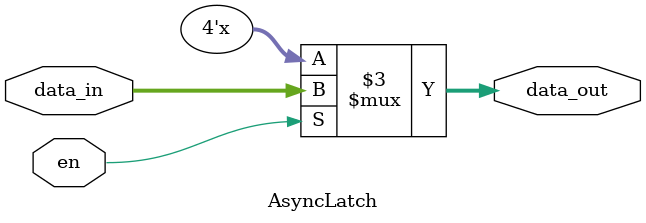
<source format=sv>
module AsyncLatch #(parameter WIDTH=4) (
    input en,
    input [WIDTH-1:0] data_in,
    output reg [WIDTH-1:0] data_out
);
always @* if(en) data_out = data_in;
endmodule
</source>
